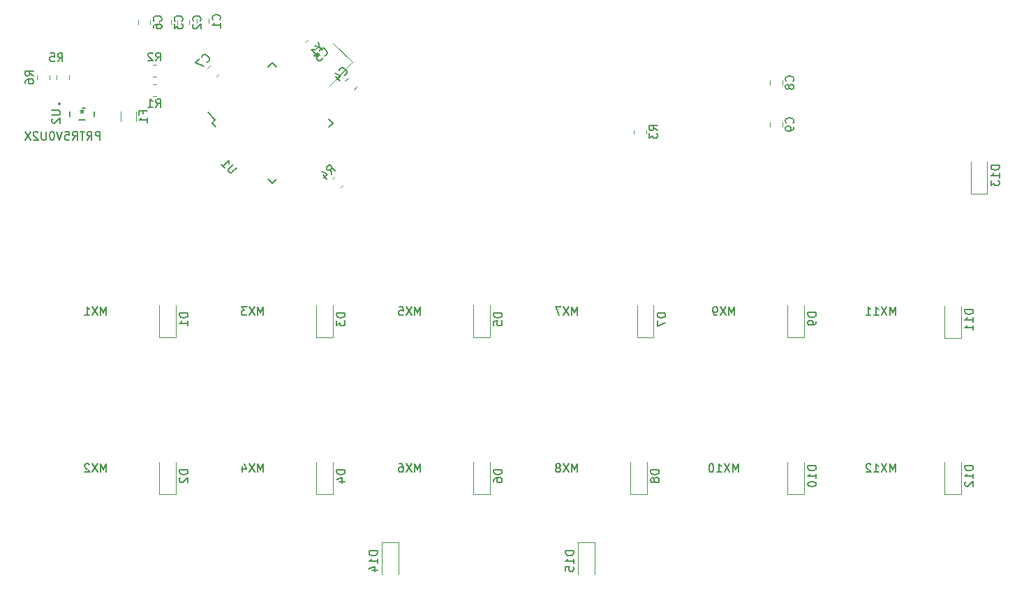
<source format=gbr>
%TF.GenerationSoftware,KiCad,Pcbnew,(5.1.9)-1*%
%TF.CreationDate,2021-03-28T16:49:31-07:00*%
%TF.ProjectId,millipad,6d696c6c-6970-4616-942e-6b696361645f,rev?*%
%TF.SameCoordinates,Original*%
%TF.FileFunction,Legend,Bot*%
%TF.FilePolarity,Positive*%
%FSLAX46Y46*%
G04 Gerber Fmt 4.6, Leading zero omitted, Abs format (unit mm)*
G04 Created by KiCad (PCBNEW (5.1.9)-1) date 2021-03-28 16:49:31*
%MOMM*%
%LPD*%
G01*
G04 APERTURE LIST*
%ADD10C,0.120000*%
%ADD11C,0.150000*%
%ADD12C,0.152400*%
G04 APERTURE END LIST*
D10*
%TO.C,D15*%
X147431250Y-104112500D02*
X149431250Y-104112500D01*
X149431250Y-104112500D02*
X149431250Y-108012500D01*
X147431250Y-104112500D02*
X147431250Y-108012500D01*
%TO.C,D14*%
X123618750Y-104112500D02*
X125618750Y-104112500D01*
X125618750Y-104112500D02*
X125618750Y-108012500D01*
X123618750Y-104112500D02*
X123618750Y-108012500D01*
%TO.C,Y1*%
X117722487Y-43456560D02*
X120055940Y-45790013D01*
X120055940Y-45790013D02*
X117227513Y-48618440D01*
%TO.C,C4*%
X119521260Y-47714293D02*
X119151793Y-48083760D01*
X120560707Y-48753740D02*
X120191240Y-49123207D01*
D11*
%TO.C,U1*%
X103012695Y-53181250D02*
X103419281Y-52774664D01*
X110331250Y-60499805D02*
X110808547Y-60022508D01*
X117649805Y-53181250D02*
X117172508Y-53658547D01*
X110331250Y-45862695D02*
X109853953Y-46339992D01*
X103012695Y-53181250D02*
X103489992Y-53658547D01*
X110331250Y-45862695D02*
X110808547Y-46339992D01*
X117649805Y-53181250D02*
X117172508Y-52703953D01*
X110331250Y-60499805D02*
X109853953Y-60022508D01*
X103419281Y-52774664D02*
X102517720Y-51873102D01*
D10*
%TO.C,C1*%
X102652500Y-41060002D02*
X102652500Y-40537498D01*
X101182500Y-41060002D02*
X101182500Y-40537498D01*
D12*
%TO.C,U2*%
X86889589Y-52768500D02*
X87641511Y-52768500D01*
X88764150Y-52374195D02*
X88764150Y-51765803D01*
X87641510Y-51371500D02*
X87295990Y-51371500D01*
X85766950Y-51765803D02*
X85766950Y-52374195D01*
X84623950Y-50825400D02*
G75*
G03*
X84623950Y-50825400I-127000J0D01*
G01*
D10*
%TO.C,R6*%
X81815000Y-47397936D02*
X81815000Y-47852064D01*
X83285000Y-47397936D02*
X83285000Y-47852064D01*
%TO.C,R5*%
X84196250Y-47397936D02*
X84196250Y-47852064D01*
X85666250Y-47397936D02*
X85666250Y-47852064D01*
%TO.C,R4*%
X117909585Y-59644718D02*
X117588468Y-59965835D01*
X118949032Y-60684165D02*
X118627915Y-61005282D01*
%TO.C,R3*%
X155675000Y-54479564D02*
X155675000Y-54025436D01*
X154205000Y-54479564D02*
X154205000Y-54025436D01*
%TO.C,R2*%
X96270814Y-46096250D02*
X95816686Y-46096250D01*
X96270814Y-47566250D02*
X95816686Y-47566250D01*
%TO.C,R1*%
X96270814Y-48477500D02*
X95816686Y-48477500D01*
X96270814Y-49947500D02*
X95816686Y-49947500D01*
%TO.C,F1*%
X93778750Y-52989564D02*
X93778750Y-51785436D01*
X91958750Y-52989564D02*
X91958750Y-51785436D01*
%TO.C,D13*%
X197056250Y-61781250D02*
X195056250Y-61781250D01*
X195056250Y-61781250D02*
X195056250Y-57881250D01*
X197056250Y-61781250D02*
X197056250Y-57881250D01*
%TO.C,D12*%
X193881250Y-98293750D02*
X191881250Y-98293750D01*
X191881250Y-98293750D02*
X191881250Y-94393750D01*
X193881250Y-98293750D02*
X193881250Y-94393750D01*
%TO.C,D11*%
X193881250Y-79306250D02*
X191881250Y-79306250D01*
X191881250Y-79306250D02*
X191881250Y-75406250D01*
X193881250Y-79306250D02*
X193881250Y-75406250D01*
%TO.C,D10*%
X174831250Y-98293750D02*
X172831250Y-98293750D01*
X172831250Y-98293750D02*
X172831250Y-94393750D01*
X174831250Y-98293750D02*
X174831250Y-94393750D01*
%TO.C,D9*%
X174831250Y-79181250D02*
X172831250Y-79181250D01*
X172831250Y-79181250D02*
X172831250Y-75281250D01*
X174831250Y-79181250D02*
X174831250Y-75281250D01*
%TO.C,D8*%
X155781250Y-98293750D02*
X153781250Y-98293750D01*
X153781250Y-98293750D02*
X153781250Y-94393750D01*
X155781250Y-98293750D02*
X155781250Y-94393750D01*
%TO.C,D7*%
X156575000Y-79243750D02*
X154575000Y-79243750D01*
X154575000Y-79243750D02*
X154575000Y-75343750D01*
X156575000Y-79243750D02*
X156575000Y-75343750D01*
%TO.C,D6*%
X136731250Y-98293750D02*
X134731250Y-98293750D01*
X134731250Y-98293750D02*
X134731250Y-94393750D01*
X136731250Y-98293750D02*
X136731250Y-94393750D01*
%TO.C,D5*%
X136731250Y-79243750D02*
X134731250Y-79243750D01*
X134731250Y-79243750D02*
X134731250Y-75343750D01*
X136731250Y-79243750D02*
X136731250Y-75343750D01*
%TO.C,D4*%
X117681250Y-98293750D02*
X115681250Y-98293750D01*
X115681250Y-98293750D02*
X115681250Y-94393750D01*
X117681250Y-98293750D02*
X117681250Y-94393750D01*
%TO.C,D3*%
X117681250Y-79243750D02*
X115681250Y-79243750D01*
X115681250Y-79243750D02*
X115681250Y-75343750D01*
X117681250Y-79243750D02*
X117681250Y-75343750D01*
%TO.C,D2*%
X98631250Y-98293750D02*
X96631250Y-98293750D01*
X96631250Y-98293750D02*
X96631250Y-94393750D01*
X98631250Y-98293750D02*
X98631250Y-94393750D01*
%TO.C,D1*%
X98631250Y-79243750D02*
X96631250Y-79243750D01*
X96631250Y-79243750D02*
X96631250Y-75343750D01*
X98631250Y-79243750D02*
X98631250Y-75343750D01*
%TO.C,C9*%
X172185000Y-53601252D02*
X172185000Y-53078748D01*
X170715000Y-53601252D02*
X170715000Y-53078748D01*
%TO.C,C8*%
X172185000Y-48521252D02*
X172185000Y-47998748D01*
X170715000Y-48521252D02*
X170715000Y-47998748D01*
%TO.C,C7*%
X102852510Y-46126793D02*
X102483043Y-46496260D01*
X103891957Y-47166240D02*
X103522490Y-47535707D01*
%TO.C,C6*%
X95508750Y-41216252D02*
X95508750Y-40693748D01*
X94038750Y-41216252D02*
X94038750Y-40693748D01*
%TO.C,C5*%
X115428740Y-44360707D02*
X115798207Y-43991240D01*
X114389293Y-43321260D02*
X114758760Y-42951793D01*
%TO.C,C3*%
X98048750Y-41216252D02*
X98048750Y-40693748D01*
X96578750Y-41216252D02*
X96578750Y-40693748D01*
%TO.C,C2*%
X100271250Y-41216252D02*
X100271250Y-40693748D01*
X98801250Y-41216252D02*
X98801250Y-40693748D01*
%TO.C,D15*%
D11*
X146883630Y-105148214D02*
X145883630Y-105148214D01*
X145883630Y-105386309D01*
X145931250Y-105529166D01*
X146026488Y-105624404D01*
X146121726Y-105672023D01*
X146312202Y-105719642D01*
X146455059Y-105719642D01*
X146645535Y-105672023D01*
X146740773Y-105624404D01*
X146836011Y-105529166D01*
X146883630Y-105386309D01*
X146883630Y-105148214D01*
X146883630Y-106672023D02*
X146883630Y-106100595D01*
X146883630Y-106386309D02*
X145883630Y-106386309D01*
X146026488Y-106291071D01*
X146121726Y-106195833D01*
X146169345Y-106100595D01*
X145883630Y-107576785D02*
X145883630Y-107100595D01*
X146359821Y-107052976D01*
X146312202Y-107100595D01*
X146264583Y-107195833D01*
X146264583Y-107433928D01*
X146312202Y-107529166D01*
X146359821Y-107576785D01*
X146455059Y-107624404D01*
X146693154Y-107624404D01*
X146788392Y-107576785D01*
X146836011Y-107529166D01*
X146883630Y-107433928D01*
X146883630Y-107195833D01*
X146836011Y-107100595D01*
X146788392Y-107052976D01*
%TO.C,D14*%
X123071130Y-105148214D02*
X122071130Y-105148214D01*
X122071130Y-105386309D01*
X122118750Y-105529166D01*
X122213988Y-105624404D01*
X122309226Y-105672023D01*
X122499702Y-105719642D01*
X122642559Y-105719642D01*
X122833035Y-105672023D01*
X122928273Y-105624404D01*
X123023511Y-105529166D01*
X123071130Y-105386309D01*
X123071130Y-105148214D01*
X123071130Y-106672023D02*
X123071130Y-106100595D01*
X123071130Y-106386309D02*
X122071130Y-106386309D01*
X122213988Y-106291071D01*
X122309226Y-106195833D01*
X122356845Y-106100595D01*
X122404464Y-107529166D02*
X123071130Y-107529166D01*
X122023511Y-107291071D02*
X122737797Y-107052976D01*
X122737797Y-107672023D01*
%TO.C,MX1*%
X90185714Y-76525380D02*
X90185714Y-75525380D01*
X89852380Y-76239666D01*
X89519047Y-75525380D01*
X89519047Y-76525380D01*
X89138095Y-75525380D02*
X88471428Y-76525380D01*
X88471428Y-75525380D02*
X89138095Y-76525380D01*
X87566666Y-76525380D02*
X88138095Y-76525380D01*
X87852380Y-76525380D02*
X87852380Y-75525380D01*
X87947619Y-75668238D01*
X88042857Y-75763476D01*
X88138095Y-75811095D01*
%TO.C,MX12*%
X185911904Y-95575380D02*
X185911904Y-94575380D01*
X185578571Y-95289666D01*
X185245238Y-94575380D01*
X185245238Y-95575380D01*
X184864285Y-94575380D02*
X184197619Y-95575380D01*
X184197619Y-94575380D02*
X184864285Y-95575380D01*
X183292857Y-95575380D02*
X183864285Y-95575380D01*
X183578571Y-95575380D02*
X183578571Y-94575380D01*
X183673809Y-94718238D01*
X183769047Y-94813476D01*
X183864285Y-94861095D01*
X182911904Y-94670619D02*
X182864285Y-94623000D01*
X182769047Y-94575380D01*
X182530952Y-94575380D01*
X182435714Y-94623000D01*
X182388095Y-94670619D01*
X182340476Y-94765857D01*
X182340476Y-94861095D01*
X182388095Y-95003952D01*
X182959523Y-95575380D01*
X182340476Y-95575380D01*
%TO.C,MX11*%
X185911904Y-76525380D02*
X185911904Y-75525380D01*
X185578571Y-76239666D01*
X185245238Y-75525380D01*
X185245238Y-76525380D01*
X184864285Y-75525380D02*
X184197619Y-76525380D01*
X184197619Y-75525380D02*
X184864285Y-76525380D01*
X183292857Y-76525380D02*
X183864285Y-76525380D01*
X183578571Y-76525380D02*
X183578571Y-75525380D01*
X183673809Y-75668238D01*
X183769047Y-75763476D01*
X183864285Y-75811095D01*
X182340476Y-76525380D02*
X182911904Y-76525380D01*
X182626190Y-76525380D02*
X182626190Y-75525380D01*
X182721428Y-75668238D01*
X182816666Y-75763476D01*
X182911904Y-75811095D01*
%TO.C,MX10*%
X166861904Y-95575380D02*
X166861904Y-94575380D01*
X166528571Y-95289666D01*
X166195238Y-94575380D01*
X166195238Y-95575380D01*
X165814285Y-94575380D02*
X165147619Y-95575380D01*
X165147619Y-94575380D02*
X165814285Y-95575380D01*
X164242857Y-95575380D02*
X164814285Y-95575380D01*
X164528571Y-95575380D02*
X164528571Y-94575380D01*
X164623809Y-94718238D01*
X164719047Y-94813476D01*
X164814285Y-94861095D01*
X163623809Y-94575380D02*
X163528571Y-94575380D01*
X163433333Y-94623000D01*
X163385714Y-94670619D01*
X163338095Y-94765857D01*
X163290476Y-94956333D01*
X163290476Y-95194428D01*
X163338095Y-95384904D01*
X163385714Y-95480142D01*
X163433333Y-95527761D01*
X163528571Y-95575380D01*
X163623809Y-95575380D01*
X163719047Y-95527761D01*
X163766666Y-95480142D01*
X163814285Y-95384904D01*
X163861904Y-95194428D01*
X163861904Y-94956333D01*
X163814285Y-94765857D01*
X163766666Y-94670619D01*
X163719047Y-94623000D01*
X163623809Y-94575380D01*
%TO.C,MX9*%
X166385714Y-76525380D02*
X166385714Y-75525380D01*
X166052380Y-76239666D01*
X165719047Y-75525380D01*
X165719047Y-76525380D01*
X165338095Y-75525380D02*
X164671428Y-76525380D01*
X164671428Y-75525380D02*
X165338095Y-76525380D01*
X164242857Y-76525380D02*
X164052380Y-76525380D01*
X163957142Y-76477761D01*
X163909523Y-76430142D01*
X163814285Y-76287285D01*
X163766666Y-76096809D01*
X163766666Y-75715857D01*
X163814285Y-75620619D01*
X163861904Y-75573000D01*
X163957142Y-75525380D01*
X164147619Y-75525380D01*
X164242857Y-75573000D01*
X164290476Y-75620619D01*
X164338095Y-75715857D01*
X164338095Y-75953952D01*
X164290476Y-76049190D01*
X164242857Y-76096809D01*
X164147619Y-76144428D01*
X163957142Y-76144428D01*
X163861904Y-76096809D01*
X163814285Y-76049190D01*
X163766666Y-75953952D01*
%TO.C,MX8*%
X147335714Y-95575380D02*
X147335714Y-94575380D01*
X147002380Y-95289666D01*
X146669047Y-94575380D01*
X146669047Y-95575380D01*
X146288095Y-94575380D02*
X145621428Y-95575380D01*
X145621428Y-94575380D02*
X146288095Y-95575380D01*
X145097619Y-95003952D02*
X145192857Y-94956333D01*
X145240476Y-94908714D01*
X145288095Y-94813476D01*
X145288095Y-94765857D01*
X145240476Y-94670619D01*
X145192857Y-94623000D01*
X145097619Y-94575380D01*
X144907142Y-94575380D01*
X144811904Y-94623000D01*
X144764285Y-94670619D01*
X144716666Y-94765857D01*
X144716666Y-94813476D01*
X144764285Y-94908714D01*
X144811904Y-94956333D01*
X144907142Y-95003952D01*
X145097619Y-95003952D01*
X145192857Y-95051571D01*
X145240476Y-95099190D01*
X145288095Y-95194428D01*
X145288095Y-95384904D01*
X145240476Y-95480142D01*
X145192857Y-95527761D01*
X145097619Y-95575380D01*
X144907142Y-95575380D01*
X144811904Y-95527761D01*
X144764285Y-95480142D01*
X144716666Y-95384904D01*
X144716666Y-95194428D01*
X144764285Y-95099190D01*
X144811904Y-95051571D01*
X144907142Y-95003952D01*
%TO.C,MX7*%
X147335714Y-76525380D02*
X147335714Y-75525380D01*
X147002380Y-76239666D01*
X146669047Y-75525380D01*
X146669047Y-76525380D01*
X146288095Y-75525380D02*
X145621428Y-76525380D01*
X145621428Y-75525380D02*
X146288095Y-76525380D01*
X145335714Y-75525380D02*
X144669047Y-75525380D01*
X145097619Y-76525380D01*
%TO.C,MX6*%
X128285714Y-95575380D02*
X128285714Y-94575380D01*
X127952380Y-95289666D01*
X127619047Y-94575380D01*
X127619047Y-95575380D01*
X127238095Y-94575380D02*
X126571428Y-95575380D01*
X126571428Y-94575380D02*
X127238095Y-95575380D01*
X125761904Y-94575380D02*
X125952380Y-94575380D01*
X126047619Y-94623000D01*
X126095238Y-94670619D01*
X126190476Y-94813476D01*
X126238095Y-95003952D01*
X126238095Y-95384904D01*
X126190476Y-95480142D01*
X126142857Y-95527761D01*
X126047619Y-95575380D01*
X125857142Y-95575380D01*
X125761904Y-95527761D01*
X125714285Y-95480142D01*
X125666666Y-95384904D01*
X125666666Y-95146809D01*
X125714285Y-95051571D01*
X125761904Y-95003952D01*
X125857142Y-94956333D01*
X126047619Y-94956333D01*
X126142857Y-95003952D01*
X126190476Y-95051571D01*
X126238095Y-95146809D01*
%TO.C,MX5*%
X128285714Y-76525380D02*
X128285714Y-75525380D01*
X127952380Y-76239666D01*
X127619047Y-75525380D01*
X127619047Y-76525380D01*
X127238095Y-75525380D02*
X126571428Y-76525380D01*
X126571428Y-75525380D02*
X127238095Y-76525380D01*
X125714285Y-75525380D02*
X126190476Y-75525380D01*
X126238095Y-76001571D01*
X126190476Y-75953952D01*
X126095238Y-75906333D01*
X125857142Y-75906333D01*
X125761904Y-75953952D01*
X125714285Y-76001571D01*
X125666666Y-76096809D01*
X125666666Y-76334904D01*
X125714285Y-76430142D01*
X125761904Y-76477761D01*
X125857142Y-76525380D01*
X126095238Y-76525380D01*
X126190476Y-76477761D01*
X126238095Y-76430142D01*
%TO.C,MX4*%
X109235714Y-95575380D02*
X109235714Y-94575380D01*
X108902380Y-95289666D01*
X108569047Y-94575380D01*
X108569047Y-95575380D01*
X108188095Y-94575380D02*
X107521428Y-95575380D01*
X107521428Y-94575380D02*
X108188095Y-95575380D01*
X106711904Y-94908714D02*
X106711904Y-95575380D01*
X106950000Y-94527761D02*
X107188095Y-95242047D01*
X106569047Y-95242047D01*
%TO.C,MX3*%
X109235714Y-76525380D02*
X109235714Y-75525380D01*
X108902380Y-76239666D01*
X108569047Y-75525380D01*
X108569047Y-76525380D01*
X108188095Y-75525380D02*
X107521428Y-76525380D01*
X107521428Y-75525380D02*
X108188095Y-76525380D01*
X107235714Y-75525380D02*
X106616666Y-75525380D01*
X106950000Y-75906333D01*
X106807142Y-75906333D01*
X106711904Y-75953952D01*
X106664285Y-76001571D01*
X106616666Y-76096809D01*
X106616666Y-76334904D01*
X106664285Y-76430142D01*
X106711904Y-76477761D01*
X106807142Y-76525380D01*
X107092857Y-76525380D01*
X107188095Y-76477761D01*
X107235714Y-76430142D01*
%TO.C,MX2*%
X90185714Y-95575380D02*
X90185714Y-94575380D01*
X89852380Y-95289666D01*
X89519047Y-94575380D01*
X89519047Y-95575380D01*
X89138095Y-94575380D02*
X88471428Y-95575380D01*
X88471428Y-94575380D02*
X89138095Y-95575380D01*
X88138095Y-94670619D02*
X88090476Y-94623000D01*
X87995238Y-94575380D01*
X87757142Y-94575380D01*
X87661904Y-94623000D01*
X87614285Y-94670619D01*
X87566666Y-94765857D01*
X87566666Y-94861095D01*
X87614285Y-95003952D01*
X88185714Y-95575380D01*
X87566666Y-95575380D01*
%TO.C,Y1*%
X116062469Y-43951534D02*
X116399187Y-44288252D01*
X115927782Y-43345443D02*
X116062469Y-43951534D01*
X115456378Y-43816847D01*
X115557393Y-45130045D02*
X115961454Y-44725984D01*
X115759423Y-44928015D02*
X115052317Y-44220908D01*
X115220675Y-44254580D01*
X115355362Y-44254580D01*
X115456378Y-44220908D01*
%TO.C,C4*%
X119038700Y-47365498D02*
X119106043Y-47365498D01*
X119240730Y-47298154D01*
X119308074Y-47230811D01*
X119375417Y-47096123D01*
X119375417Y-46961436D01*
X119341746Y-46860421D01*
X119240730Y-46692062D01*
X119139715Y-46591047D01*
X118971356Y-46490032D01*
X118870341Y-46456360D01*
X118735654Y-46456360D01*
X118600967Y-46523704D01*
X118533623Y-46591047D01*
X118466280Y-46725734D01*
X118466280Y-46793078D01*
X118028547Y-47567528D02*
X118499952Y-48038933D01*
X117927532Y-47129795D02*
X118600967Y-47466513D01*
X118163234Y-47904246D01*
%TO.C,U1*%
X105989277Y-58600718D02*
X105416857Y-59173138D01*
X105315842Y-59206810D01*
X105248498Y-59206810D01*
X105147483Y-59173138D01*
X105012796Y-59038451D01*
X104979124Y-58937436D01*
X104979124Y-58870092D01*
X105012796Y-58769077D01*
X105585216Y-58196657D01*
X104171002Y-58196657D02*
X104575063Y-58600718D01*
X104373033Y-58398688D02*
X105080139Y-57691581D01*
X105046468Y-57859940D01*
X105046468Y-57994627D01*
X105080139Y-58095642D01*
%TO.C,C1*%
X103954642Y-40632083D02*
X104002261Y-40584464D01*
X104049880Y-40441607D01*
X104049880Y-40346369D01*
X104002261Y-40203511D01*
X103907023Y-40108273D01*
X103811785Y-40060654D01*
X103621309Y-40013035D01*
X103478452Y-40013035D01*
X103287976Y-40060654D01*
X103192738Y-40108273D01*
X103097500Y-40203511D01*
X103049880Y-40346369D01*
X103049880Y-40441607D01*
X103097500Y-40584464D01*
X103145119Y-40632083D01*
X104049880Y-41584464D02*
X104049880Y-41013035D01*
X104049880Y-41298750D02*
X103049880Y-41298750D01*
X103192738Y-41203511D01*
X103287976Y-41108273D01*
X103335595Y-41013035D01*
%TO.C,U2*%
X83589880Y-51625595D02*
X84399404Y-51625595D01*
X84494642Y-51673214D01*
X84542261Y-51720833D01*
X84589880Y-51816071D01*
X84589880Y-52006547D01*
X84542261Y-52101785D01*
X84494642Y-52149404D01*
X84399404Y-52197023D01*
X83589880Y-52197023D01*
X83685119Y-52625595D02*
X83637500Y-52673214D01*
X83589880Y-52768452D01*
X83589880Y-53006547D01*
X83637500Y-53101785D01*
X83685119Y-53149404D01*
X83780357Y-53197023D01*
X83875595Y-53197023D01*
X84018452Y-53149404D01*
X84589880Y-52577976D01*
X84589880Y-53197023D01*
X89431250Y-55221130D02*
X89431250Y-54221130D01*
X89050297Y-54221130D01*
X88955059Y-54268750D01*
X88907440Y-54316369D01*
X88859821Y-54411607D01*
X88859821Y-54554464D01*
X88907440Y-54649702D01*
X88955059Y-54697321D01*
X89050297Y-54744940D01*
X89431250Y-54744940D01*
X87859821Y-55221130D02*
X88193154Y-54744940D01*
X88431250Y-55221130D02*
X88431250Y-54221130D01*
X88050297Y-54221130D01*
X87955059Y-54268750D01*
X87907440Y-54316369D01*
X87859821Y-54411607D01*
X87859821Y-54554464D01*
X87907440Y-54649702D01*
X87955059Y-54697321D01*
X88050297Y-54744940D01*
X88431250Y-54744940D01*
X87574107Y-54221130D02*
X87002678Y-54221130D01*
X87288392Y-55221130D02*
X87288392Y-54221130D01*
X86097916Y-55221130D02*
X86431250Y-54744940D01*
X86669345Y-55221130D02*
X86669345Y-54221130D01*
X86288392Y-54221130D01*
X86193154Y-54268750D01*
X86145535Y-54316369D01*
X86097916Y-54411607D01*
X86097916Y-54554464D01*
X86145535Y-54649702D01*
X86193154Y-54697321D01*
X86288392Y-54744940D01*
X86669345Y-54744940D01*
X85193154Y-54221130D02*
X85669345Y-54221130D01*
X85716964Y-54697321D01*
X85669345Y-54649702D01*
X85574107Y-54602083D01*
X85336011Y-54602083D01*
X85240773Y-54649702D01*
X85193154Y-54697321D01*
X85145535Y-54792559D01*
X85145535Y-55030654D01*
X85193154Y-55125892D01*
X85240773Y-55173511D01*
X85336011Y-55221130D01*
X85574107Y-55221130D01*
X85669345Y-55173511D01*
X85716964Y-55125892D01*
X84859821Y-54221130D02*
X84526488Y-55221130D01*
X84193154Y-54221130D01*
X83669345Y-54221130D02*
X83574107Y-54221130D01*
X83478869Y-54268750D01*
X83431250Y-54316369D01*
X83383630Y-54411607D01*
X83336011Y-54602083D01*
X83336011Y-54840178D01*
X83383630Y-55030654D01*
X83431250Y-55125892D01*
X83478869Y-55173511D01*
X83574107Y-55221130D01*
X83669345Y-55221130D01*
X83764583Y-55173511D01*
X83812202Y-55125892D01*
X83859821Y-55030654D01*
X83907440Y-54840178D01*
X83907440Y-54602083D01*
X83859821Y-54411607D01*
X83812202Y-54316369D01*
X83764583Y-54268750D01*
X83669345Y-54221130D01*
X82907440Y-54221130D02*
X82907440Y-55030654D01*
X82859821Y-55125892D01*
X82812202Y-55173511D01*
X82716964Y-55221130D01*
X82526488Y-55221130D01*
X82431250Y-55173511D01*
X82383630Y-55125892D01*
X82336011Y-55030654D01*
X82336011Y-54221130D01*
X81907440Y-54316369D02*
X81859821Y-54268750D01*
X81764583Y-54221130D01*
X81526488Y-54221130D01*
X81431250Y-54268750D01*
X81383630Y-54316369D01*
X81336011Y-54411607D01*
X81336011Y-54506845D01*
X81383630Y-54649702D01*
X81955059Y-55221130D01*
X81336011Y-55221130D01*
X81002678Y-54221130D02*
X80336011Y-55221130D01*
X80336011Y-54221130D02*
X81002678Y-55221130D01*
X87265550Y-51522380D02*
X87265550Y-51760476D01*
X87503645Y-51665238D02*
X87265550Y-51760476D01*
X87027454Y-51665238D01*
X87408407Y-51950952D02*
X87265550Y-51760476D01*
X87122692Y-51950952D01*
%TO.C,R6*%
X81352380Y-47458333D02*
X80876190Y-47125000D01*
X81352380Y-46886904D02*
X80352380Y-46886904D01*
X80352380Y-47267857D01*
X80400000Y-47363095D01*
X80447619Y-47410714D01*
X80542857Y-47458333D01*
X80685714Y-47458333D01*
X80780952Y-47410714D01*
X80828571Y-47363095D01*
X80876190Y-47267857D01*
X80876190Y-46886904D01*
X80352380Y-48315476D02*
X80352380Y-48125000D01*
X80400000Y-48029761D01*
X80447619Y-47982142D01*
X80590476Y-47886904D01*
X80780952Y-47839285D01*
X81161904Y-47839285D01*
X81257142Y-47886904D01*
X81304761Y-47934523D01*
X81352380Y-48029761D01*
X81352380Y-48220238D01*
X81304761Y-48315476D01*
X81257142Y-48363095D01*
X81161904Y-48410714D01*
X80923809Y-48410714D01*
X80828571Y-48363095D01*
X80780952Y-48315476D01*
X80733333Y-48220238D01*
X80733333Y-48029761D01*
X80780952Y-47934523D01*
X80828571Y-47886904D01*
X80923809Y-47839285D01*
%TO.C,R5*%
X84304166Y-45696130D02*
X84637500Y-45219940D01*
X84875595Y-45696130D02*
X84875595Y-44696130D01*
X84494642Y-44696130D01*
X84399404Y-44743750D01*
X84351785Y-44791369D01*
X84304166Y-44886607D01*
X84304166Y-45029464D01*
X84351785Y-45124702D01*
X84399404Y-45172321D01*
X84494642Y-45219940D01*
X84875595Y-45219940D01*
X83399404Y-44696130D02*
X83875595Y-44696130D01*
X83923214Y-45172321D01*
X83875595Y-45124702D01*
X83780357Y-45077083D01*
X83542261Y-45077083D01*
X83447023Y-45124702D01*
X83399404Y-45172321D01*
X83351785Y-45267559D01*
X83351785Y-45505654D01*
X83399404Y-45600892D01*
X83447023Y-45648511D01*
X83542261Y-45696130D01*
X83780357Y-45696130D01*
X83875595Y-45648511D01*
X83923214Y-45600892D01*
%TO.C,R4*%
X117539756Y-59360304D02*
X117438741Y-58787884D01*
X117943817Y-58956243D02*
X117236711Y-58249136D01*
X116967336Y-58518510D01*
X116933665Y-58619525D01*
X116933665Y-58686869D01*
X116967336Y-58787884D01*
X117068352Y-58888899D01*
X117169367Y-58922571D01*
X117236711Y-58922571D01*
X117337726Y-58888899D01*
X117607100Y-58619525D01*
X116462260Y-59494991D02*
X116933665Y-59966396D01*
X116361245Y-59057258D02*
X117034680Y-59393976D01*
X116596947Y-59831709D01*
%TO.C,R3*%
X157042380Y-54085833D02*
X156566190Y-53752500D01*
X157042380Y-53514404D02*
X156042380Y-53514404D01*
X156042380Y-53895357D01*
X156090000Y-53990595D01*
X156137619Y-54038214D01*
X156232857Y-54085833D01*
X156375714Y-54085833D01*
X156470952Y-54038214D01*
X156518571Y-53990595D01*
X156566190Y-53895357D01*
X156566190Y-53514404D01*
X156042380Y-54419166D02*
X156042380Y-55038214D01*
X156423333Y-54704880D01*
X156423333Y-54847738D01*
X156470952Y-54942976D01*
X156518571Y-54990595D01*
X156613809Y-55038214D01*
X156851904Y-55038214D01*
X156947142Y-54990595D01*
X156994761Y-54942976D01*
X157042380Y-54847738D01*
X157042380Y-54562023D01*
X156994761Y-54466785D01*
X156947142Y-54419166D01*
%TO.C,R2*%
X96210416Y-45633630D02*
X96543750Y-45157440D01*
X96781845Y-45633630D02*
X96781845Y-44633630D01*
X96400892Y-44633630D01*
X96305654Y-44681250D01*
X96258035Y-44728869D01*
X96210416Y-44824107D01*
X96210416Y-44966964D01*
X96258035Y-45062202D01*
X96305654Y-45109821D01*
X96400892Y-45157440D01*
X96781845Y-45157440D01*
X95829464Y-44728869D02*
X95781845Y-44681250D01*
X95686607Y-44633630D01*
X95448511Y-44633630D01*
X95353273Y-44681250D01*
X95305654Y-44728869D01*
X95258035Y-44824107D01*
X95258035Y-44919345D01*
X95305654Y-45062202D01*
X95877083Y-45633630D01*
X95258035Y-45633630D01*
%TO.C,R1*%
X96210416Y-51252380D02*
X96543750Y-50776190D01*
X96781845Y-51252380D02*
X96781845Y-50252380D01*
X96400892Y-50252380D01*
X96305654Y-50300000D01*
X96258035Y-50347619D01*
X96210416Y-50442857D01*
X96210416Y-50585714D01*
X96258035Y-50680952D01*
X96305654Y-50728571D01*
X96400892Y-50776190D01*
X96781845Y-50776190D01*
X95258035Y-51252380D02*
X95829464Y-51252380D01*
X95543750Y-51252380D02*
X95543750Y-50252380D01*
X95638988Y-50395238D01*
X95734226Y-50490476D01*
X95829464Y-50538095D01*
%TO.C,F1*%
X94617321Y-52054166D02*
X94617321Y-51720833D01*
X95141130Y-51720833D02*
X94141130Y-51720833D01*
X94141130Y-52197023D01*
X95141130Y-53101785D02*
X95141130Y-52530357D01*
X95141130Y-52816071D02*
X94141130Y-52816071D01*
X94283988Y-52720833D01*
X94379226Y-52625595D01*
X94426845Y-52530357D01*
%TO.C,D13*%
X198508630Y-58316964D02*
X197508630Y-58316964D01*
X197508630Y-58555059D01*
X197556250Y-58697916D01*
X197651488Y-58793154D01*
X197746726Y-58840773D01*
X197937202Y-58888392D01*
X198080059Y-58888392D01*
X198270535Y-58840773D01*
X198365773Y-58793154D01*
X198461011Y-58697916D01*
X198508630Y-58555059D01*
X198508630Y-58316964D01*
X198508630Y-59840773D02*
X198508630Y-59269345D01*
X198508630Y-59555059D02*
X197508630Y-59555059D01*
X197651488Y-59459821D01*
X197746726Y-59364583D01*
X197794345Y-59269345D01*
X197508630Y-60174107D02*
X197508630Y-60793154D01*
X197889583Y-60459821D01*
X197889583Y-60602678D01*
X197937202Y-60697916D01*
X197984821Y-60745535D01*
X198080059Y-60793154D01*
X198318154Y-60793154D01*
X198413392Y-60745535D01*
X198461011Y-60697916D01*
X198508630Y-60602678D01*
X198508630Y-60316964D01*
X198461011Y-60221726D01*
X198413392Y-60174107D01*
%TO.C,D12*%
X195333630Y-94829464D02*
X194333630Y-94829464D01*
X194333630Y-95067559D01*
X194381250Y-95210416D01*
X194476488Y-95305654D01*
X194571726Y-95353273D01*
X194762202Y-95400892D01*
X194905059Y-95400892D01*
X195095535Y-95353273D01*
X195190773Y-95305654D01*
X195286011Y-95210416D01*
X195333630Y-95067559D01*
X195333630Y-94829464D01*
X195333630Y-96353273D02*
X195333630Y-95781845D01*
X195333630Y-96067559D02*
X194333630Y-96067559D01*
X194476488Y-95972321D01*
X194571726Y-95877083D01*
X194619345Y-95781845D01*
X194428869Y-96734226D02*
X194381250Y-96781845D01*
X194333630Y-96877083D01*
X194333630Y-97115178D01*
X194381250Y-97210416D01*
X194428869Y-97258035D01*
X194524107Y-97305654D01*
X194619345Y-97305654D01*
X194762202Y-97258035D01*
X195333630Y-96686607D01*
X195333630Y-97305654D01*
%TO.C,D11*%
X195333630Y-75841964D02*
X194333630Y-75841964D01*
X194333630Y-76080059D01*
X194381250Y-76222916D01*
X194476488Y-76318154D01*
X194571726Y-76365773D01*
X194762202Y-76413392D01*
X194905059Y-76413392D01*
X195095535Y-76365773D01*
X195190773Y-76318154D01*
X195286011Y-76222916D01*
X195333630Y-76080059D01*
X195333630Y-75841964D01*
X195333630Y-77365773D02*
X195333630Y-76794345D01*
X195333630Y-77080059D02*
X194333630Y-77080059D01*
X194476488Y-76984821D01*
X194571726Y-76889583D01*
X194619345Y-76794345D01*
X195333630Y-78318154D02*
X195333630Y-77746726D01*
X195333630Y-78032440D02*
X194333630Y-78032440D01*
X194476488Y-77937202D01*
X194571726Y-77841964D01*
X194619345Y-77746726D01*
%TO.C,D10*%
X176283630Y-94829464D02*
X175283630Y-94829464D01*
X175283630Y-95067559D01*
X175331250Y-95210416D01*
X175426488Y-95305654D01*
X175521726Y-95353273D01*
X175712202Y-95400892D01*
X175855059Y-95400892D01*
X176045535Y-95353273D01*
X176140773Y-95305654D01*
X176236011Y-95210416D01*
X176283630Y-95067559D01*
X176283630Y-94829464D01*
X176283630Y-96353273D02*
X176283630Y-95781845D01*
X176283630Y-96067559D02*
X175283630Y-96067559D01*
X175426488Y-95972321D01*
X175521726Y-95877083D01*
X175569345Y-95781845D01*
X175283630Y-96972321D02*
X175283630Y-97067559D01*
X175331250Y-97162797D01*
X175378869Y-97210416D01*
X175474107Y-97258035D01*
X175664583Y-97305654D01*
X175902678Y-97305654D01*
X176093154Y-97258035D01*
X176188392Y-97210416D01*
X176236011Y-97162797D01*
X176283630Y-97067559D01*
X176283630Y-96972321D01*
X176236011Y-96877083D01*
X176188392Y-96829464D01*
X176093154Y-96781845D01*
X175902678Y-96734226D01*
X175664583Y-96734226D01*
X175474107Y-96781845D01*
X175378869Y-96829464D01*
X175331250Y-96877083D01*
X175283630Y-96972321D01*
%TO.C,D9*%
X176283630Y-76193154D02*
X175283630Y-76193154D01*
X175283630Y-76431250D01*
X175331250Y-76574107D01*
X175426488Y-76669345D01*
X175521726Y-76716964D01*
X175712202Y-76764583D01*
X175855059Y-76764583D01*
X176045535Y-76716964D01*
X176140773Y-76669345D01*
X176236011Y-76574107D01*
X176283630Y-76431250D01*
X176283630Y-76193154D01*
X176283630Y-77240773D02*
X176283630Y-77431250D01*
X176236011Y-77526488D01*
X176188392Y-77574107D01*
X176045535Y-77669345D01*
X175855059Y-77716964D01*
X175474107Y-77716964D01*
X175378869Y-77669345D01*
X175331250Y-77621726D01*
X175283630Y-77526488D01*
X175283630Y-77336011D01*
X175331250Y-77240773D01*
X175378869Y-77193154D01*
X175474107Y-77145535D01*
X175712202Y-77145535D01*
X175807440Y-77193154D01*
X175855059Y-77240773D01*
X175902678Y-77336011D01*
X175902678Y-77526488D01*
X175855059Y-77621726D01*
X175807440Y-77669345D01*
X175712202Y-77716964D01*
%TO.C,D8*%
X157233630Y-95305654D02*
X156233630Y-95305654D01*
X156233630Y-95543750D01*
X156281250Y-95686607D01*
X156376488Y-95781845D01*
X156471726Y-95829464D01*
X156662202Y-95877083D01*
X156805059Y-95877083D01*
X156995535Y-95829464D01*
X157090773Y-95781845D01*
X157186011Y-95686607D01*
X157233630Y-95543750D01*
X157233630Y-95305654D01*
X156662202Y-96448511D02*
X156614583Y-96353273D01*
X156566964Y-96305654D01*
X156471726Y-96258035D01*
X156424107Y-96258035D01*
X156328869Y-96305654D01*
X156281250Y-96353273D01*
X156233630Y-96448511D01*
X156233630Y-96638988D01*
X156281250Y-96734226D01*
X156328869Y-96781845D01*
X156424107Y-96829464D01*
X156471726Y-96829464D01*
X156566964Y-96781845D01*
X156614583Y-96734226D01*
X156662202Y-96638988D01*
X156662202Y-96448511D01*
X156709821Y-96353273D01*
X156757440Y-96305654D01*
X156852678Y-96258035D01*
X157043154Y-96258035D01*
X157138392Y-96305654D01*
X157186011Y-96353273D01*
X157233630Y-96448511D01*
X157233630Y-96638988D01*
X157186011Y-96734226D01*
X157138392Y-96781845D01*
X157043154Y-96829464D01*
X156852678Y-96829464D01*
X156757440Y-96781845D01*
X156709821Y-96734226D01*
X156662202Y-96638988D01*
%TO.C,D7*%
X158027380Y-76255654D02*
X157027380Y-76255654D01*
X157027380Y-76493750D01*
X157075000Y-76636607D01*
X157170238Y-76731845D01*
X157265476Y-76779464D01*
X157455952Y-76827083D01*
X157598809Y-76827083D01*
X157789285Y-76779464D01*
X157884523Y-76731845D01*
X157979761Y-76636607D01*
X158027380Y-76493750D01*
X158027380Y-76255654D01*
X157027380Y-77160416D02*
X157027380Y-77827083D01*
X158027380Y-77398511D01*
%TO.C,D6*%
X138183630Y-95305654D02*
X137183630Y-95305654D01*
X137183630Y-95543750D01*
X137231250Y-95686607D01*
X137326488Y-95781845D01*
X137421726Y-95829464D01*
X137612202Y-95877083D01*
X137755059Y-95877083D01*
X137945535Y-95829464D01*
X138040773Y-95781845D01*
X138136011Y-95686607D01*
X138183630Y-95543750D01*
X138183630Y-95305654D01*
X137183630Y-96734226D02*
X137183630Y-96543750D01*
X137231250Y-96448511D01*
X137278869Y-96400892D01*
X137421726Y-96305654D01*
X137612202Y-96258035D01*
X137993154Y-96258035D01*
X138088392Y-96305654D01*
X138136011Y-96353273D01*
X138183630Y-96448511D01*
X138183630Y-96638988D01*
X138136011Y-96734226D01*
X138088392Y-96781845D01*
X137993154Y-96829464D01*
X137755059Y-96829464D01*
X137659821Y-96781845D01*
X137612202Y-96734226D01*
X137564583Y-96638988D01*
X137564583Y-96448511D01*
X137612202Y-96353273D01*
X137659821Y-96305654D01*
X137755059Y-96258035D01*
%TO.C,D5*%
X138183630Y-76255654D02*
X137183630Y-76255654D01*
X137183630Y-76493750D01*
X137231250Y-76636607D01*
X137326488Y-76731845D01*
X137421726Y-76779464D01*
X137612202Y-76827083D01*
X137755059Y-76827083D01*
X137945535Y-76779464D01*
X138040773Y-76731845D01*
X138136011Y-76636607D01*
X138183630Y-76493750D01*
X138183630Y-76255654D01*
X137183630Y-77731845D02*
X137183630Y-77255654D01*
X137659821Y-77208035D01*
X137612202Y-77255654D01*
X137564583Y-77350892D01*
X137564583Y-77588988D01*
X137612202Y-77684226D01*
X137659821Y-77731845D01*
X137755059Y-77779464D01*
X137993154Y-77779464D01*
X138088392Y-77731845D01*
X138136011Y-77684226D01*
X138183630Y-77588988D01*
X138183630Y-77350892D01*
X138136011Y-77255654D01*
X138088392Y-77208035D01*
%TO.C,D4*%
X119133630Y-95305654D02*
X118133630Y-95305654D01*
X118133630Y-95543750D01*
X118181250Y-95686607D01*
X118276488Y-95781845D01*
X118371726Y-95829464D01*
X118562202Y-95877083D01*
X118705059Y-95877083D01*
X118895535Y-95829464D01*
X118990773Y-95781845D01*
X119086011Y-95686607D01*
X119133630Y-95543750D01*
X119133630Y-95305654D01*
X118466964Y-96734226D02*
X119133630Y-96734226D01*
X118086011Y-96496130D02*
X118800297Y-96258035D01*
X118800297Y-96877083D01*
%TO.C,D3*%
X119133630Y-76255654D02*
X118133630Y-76255654D01*
X118133630Y-76493750D01*
X118181250Y-76636607D01*
X118276488Y-76731845D01*
X118371726Y-76779464D01*
X118562202Y-76827083D01*
X118705059Y-76827083D01*
X118895535Y-76779464D01*
X118990773Y-76731845D01*
X119086011Y-76636607D01*
X119133630Y-76493750D01*
X119133630Y-76255654D01*
X118133630Y-77160416D02*
X118133630Y-77779464D01*
X118514583Y-77446130D01*
X118514583Y-77588988D01*
X118562202Y-77684226D01*
X118609821Y-77731845D01*
X118705059Y-77779464D01*
X118943154Y-77779464D01*
X119038392Y-77731845D01*
X119086011Y-77684226D01*
X119133630Y-77588988D01*
X119133630Y-77303273D01*
X119086011Y-77208035D01*
X119038392Y-77160416D01*
%TO.C,D2*%
X100083630Y-95305654D02*
X99083630Y-95305654D01*
X99083630Y-95543750D01*
X99131250Y-95686607D01*
X99226488Y-95781845D01*
X99321726Y-95829464D01*
X99512202Y-95877083D01*
X99655059Y-95877083D01*
X99845535Y-95829464D01*
X99940773Y-95781845D01*
X100036011Y-95686607D01*
X100083630Y-95543750D01*
X100083630Y-95305654D01*
X99178869Y-96258035D02*
X99131250Y-96305654D01*
X99083630Y-96400892D01*
X99083630Y-96638988D01*
X99131250Y-96734226D01*
X99178869Y-96781845D01*
X99274107Y-96829464D01*
X99369345Y-96829464D01*
X99512202Y-96781845D01*
X100083630Y-96210416D01*
X100083630Y-96829464D01*
%TO.C,D1*%
X100083630Y-76255654D02*
X99083630Y-76255654D01*
X99083630Y-76493750D01*
X99131250Y-76636607D01*
X99226488Y-76731845D01*
X99321726Y-76779464D01*
X99512202Y-76827083D01*
X99655059Y-76827083D01*
X99845535Y-76779464D01*
X99940773Y-76731845D01*
X100036011Y-76636607D01*
X100083630Y-76493750D01*
X100083630Y-76255654D01*
X100083630Y-77779464D02*
X100083630Y-77208035D01*
X100083630Y-77493750D02*
X99083630Y-77493750D01*
X99226488Y-77398511D01*
X99321726Y-77303273D01*
X99369345Y-77208035D01*
%TO.C,C9*%
X173487142Y-53173333D02*
X173534761Y-53125714D01*
X173582380Y-52982857D01*
X173582380Y-52887619D01*
X173534761Y-52744761D01*
X173439523Y-52649523D01*
X173344285Y-52601904D01*
X173153809Y-52554285D01*
X173010952Y-52554285D01*
X172820476Y-52601904D01*
X172725238Y-52649523D01*
X172630000Y-52744761D01*
X172582380Y-52887619D01*
X172582380Y-52982857D01*
X172630000Y-53125714D01*
X172677619Y-53173333D01*
X173582380Y-53649523D02*
X173582380Y-53840000D01*
X173534761Y-53935238D01*
X173487142Y-53982857D01*
X173344285Y-54078095D01*
X173153809Y-54125714D01*
X172772857Y-54125714D01*
X172677619Y-54078095D01*
X172630000Y-54030476D01*
X172582380Y-53935238D01*
X172582380Y-53744761D01*
X172630000Y-53649523D01*
X172677619Y-53601904D01*
X172772857Y-53554285D01*
X173010952Y-53554285D01*
X173106190Y-53601904D01*
X173153809Y-53649523D01*
X173201428Y-53744761D01*
X173201428Y-53935238D01*
X173153809Y-54030476D01*
X173106190Y-54078095D01*
X173010952Y-54125714D01*
%TO.C,C8*%
X173487142Y-48093333D02*
X173534761Y-48045714D01*
X173582380Y-47902857D01*
X173582380Y-47807619D01*
X173534761Y-47664761D01*
X173439523Y-47569523D01*
X173344285Y-47521904D01*
X173153809Y-47474285D01*
X173010952Y-47474285D01*
X172820476Y-47521904D01*
X172725238Y-47569523D01*
X172630000Y-47664761D01*
X172582380Y-47807619D01*
X172582380Y-47902857D01*
X172630000Y-48045714D01*
X172677619Y-48093333D01*
X173010952Y-48664761D02*
X172963333Y-48569523D01*
X172915714Y-48521904D01*
X172820476Y-48474285D01*
X172772857Y-48474285D01*
X172677619Y-48521904D01*
X172630000Y-48569523D01*
X172582380Y-48664761D01*
X172582380Y-48855238D01*
X172630000Y-48950476D01*
X172677619Y-48998095D01*
X172772857Y-49045714D01*
X172820476Y-49045714D01*
X172915714Y-48998095D01*
X172963333Y-48950476D01*
X173010952Y-48855238D01*
X173010952Y-48664761D01*
X173058571Y-48569523D01*
X173106190Y-48521904D01*
X173201428Y-48474285D01*
X173391904Y-48474285D01*
X173487142Y-48521904D01*
X173534761Y-48569523D01*
X173582380Y-48664761D01*
X173582380Y-48855238D01*
X173534761Y-48950476D01*
X173487142Y-48998095D01*
X173391904Y-49045714D01*
X173201428Y-49045714D01*
X173106190Y-48998095D01*
X173058571Y-48950476D01*
X173010952Y-48855238D01*
%TO.C,C7*%
X102369950Y-45777998D02*
X102437293Y-45777998D01*
X102571980Y-45710654D01*
X102639324Y-45643311D01*
X102706667Y-45508623D01*
X102706667Y-45373936D01*
X102672996Y-45272921D01*
X102571980Y-45104562D01*
X102470965Y-45003547D01*
X102302606Y-44902532D01*
X102201591Y-44868860D01*
X102066904Y-44868860D01*
X101932217Y-44936204D01*
X101864873Y-45003547D01*
X101797530Y-45138234D01*
X101797530Y-45205578D01*
X101494484Y-45373936D02*
X101023080Y-45845341D01*
X102033232Y-46249402D01*
%TO.C,C6*%
X96810892Y-40788333D02*
X96858511Y-40740714D01*
X96906130Y-40597857D01*
X96906130Y-40502619D01*
X96858511Y-40359761D01*
X96763273Y-40264523D01*
X96668035Y-40216904D01*
X96477559Y-40169285D01*
X96334702Y-40169285D01*
X96144226Y-40216904D01*
X96048988Y-40264523D01*
X95953750Y-40359761D01*
X95906130Y-40502619D01*
X95906130Y-40597857D01*
X95953750Y-40740714D01*
X96001369Y-40788333D01*
X95906130Y-41645476D02*
X95906130Y-41455000D01*
X95953750Y-41359761D01*
X96001369Y-41312142D01*
X96144226Y-41216904D01*
X96334702Y-41169285D01*
X96715654Y-41169285D01*
X96810892Y-41216904D01*
X96858511Y-41264523D01*
X96906130Y-41359761D01*
X96906130Y-41550238D01*
X96858511Y-41645476D01*
X96810892Y-41693095D01*
X96715654Y-41740714D01*
X96477559Y-41740714D01*
X96382321Y-41693095D01*
X96334702Y-41645476D01*
X96287083Y-41550238D01*
X96287083Y-41359761D01*
X96334702Y-41264523D01*
X96382321Y-41216904D01*
X96477559Y-41169285D01*
%TO.C,C5*%
X116652078Y-44978876D02*
X116719421Y-44978876D01*
X116854108Y-44911532D01*
X116921452Y-44844189D01*
X116988795Y-44709501D01*
X116988795Y-44574814D01*
X116955124Y-44473799D01*
X116854108Y-44305440D01*
X116753093Y-44204425D01*
X116584734Y-44103410D01*
X116483719Y-44069738D01*
X116349032Y-44069738D01*
X116214345Y-44137082D01*
X116147001Y-44204425D01*
X116079658Y-44339112D01*
X116079658Y-44406456D01*
X115372551Y-44978876D02*
X115709269Y-44642158D01*
X116079658Y-44945204D01*
X116012314Y-44945204D01*
X115911299Y-44978876D01*
X115742940Y-45147234D01*
X115709269Y-45248250D01*
X115709269Y-45315593D01*
X115742940Y-45416608D01*
X115911299Y-45584967D01*
X116012314Y-45618639D01*
X116079658Y-45618639D01*
X116180673Y-45584967D01*
X116349032Y-45416608D01*
X116382704Y-45315593D01*
X116382704Y-45248250D01*
%TO.C,C3*%
X99350892Y-40788333D02*
X99398511Y-40740714D01*
X99446130Y-40597857D01*
X99446130Y-40502619D01*
X99398511Y-40359761D01*
X99303273Y-40264523D01*
X99208035Y-40216904D01*
X99017559Y-40169285D01*
X98874702Y-40169285D01*
X98684226Y-40216904D01*
X98588988Y-40264523D01*
X98493750Y-40359761D01*
X98446130Y-40502619D01*
X98446130Y-40597857D01*
X98493750Y-40740714D01*
X98541369Y-40788333D01*
X98446130Y-41121666D02*
X98446130Y-41740714D01*
X98827083Y-41407380D01*
X98827083Y-41550238D01*
X98874702Y-41645476D01*
X98922321Y-41693095D01*
X99017559Y-41740714D01*
X99255654Y-41740714D01*
X99350892Y-41693095D01*
X99398511Y-41645476D01*
X99446130Y-41550238D01*
X99446130Y-41264523D01*
X99398511Y-41169285D01*
X99350892Y-41121666D01*
%TO.C,C2*%
X101573392Y-40788333D02*
X101621011Y-40740714D01*
X101668630Y-40597857D01*
X101668630Y-40502619D01*
X101621011Y-40359761D01*
X101525773Y-40264523D01*
X101430535Y-40216904D01*
X101240059Y-40169285D01*
X101097202Y-40169285D01*
X100906726Y-40216904D01*
X100811488Y-40264523D01*
X100716250Y-40359761D01*
X100668630Y-40502619D01*
X100668630Y-40597857D01*
X100716250Y-40740714D01*
X100763869Y-40788333D01*
X100763869Y-41169285D02*
X100716250Y-41216904D01*
X100668630Y-41312142D01*
X100668630Y-41550238D01*
X100716250Y-41645476D01*
X100763869Y-41693095D01*
X100859107Y-41740714D01*
X100954345Y-41740714D01*
X101097202Y-41693095D01*
X101668630Y-41121666D01*
X101668630Y-41740714D01*
%TD*%
M02*

</source>
